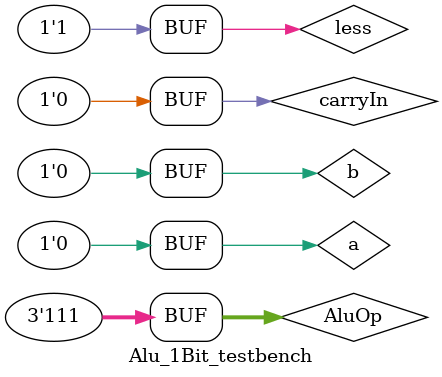
<source format=v>
`define DELAY 20
module Alu_1Bit_testbench(); 
reg a, b, carryIn,less;
reg [2:0] AluOp;
wire outputAlu, carryOut;

Alu_1Bit alutb (carryOut,outputAlu,a,b,carryIn,less,AluOp);

initial begin
a = 1'b1; b = 1'b1; carryIn = 1'b0; less=1'b0; AluOp[2]=1'b0; AluOp[1]=1'b0; AluOp[0]=1'b0;
#`DELAY;
a = 1'b0; b = 1'b1; carryIn = 1'b1; less=1'b0; AluOp[2]=1'b0; AluOp[1]=1'b0; AluOp[0]=1'b1;
#`DELAY;
a = 1'b1; b = 1'b1; carryIn = 1'b1; less=1'b0; AluOp[2]=1'b0; AluOp[1]=1'b1; AluOp[0]=1'b0;
#`DELAY;
a = 1'b1; b = 1'b0; carryIn = 1'b0; less=1'b0; AluOp[2]=1'b1; AluOp[1]=1'b1; AluOp[0]=1'b0;
#`DELAY;
a = 1'b0; b = 1'b0; carryIn = 1'b0; less=1'b1; AluOp[2]=1'b1; AluOp[1]=1'b1; AluOp[0]=1'b1;

end
 
 
initial
begin
$monitor(" AluOp=%1b%1b%1b , a =%1b, b=%1b, carryIn=%1b, less=%1b, outputAlu=%1b, carryOut=%1b", AluOp[2],AluOp[1],AluOp[0] ,a, b, carryIn, less, outputAlu, carryOut);
end
 
endmodule
</source>
